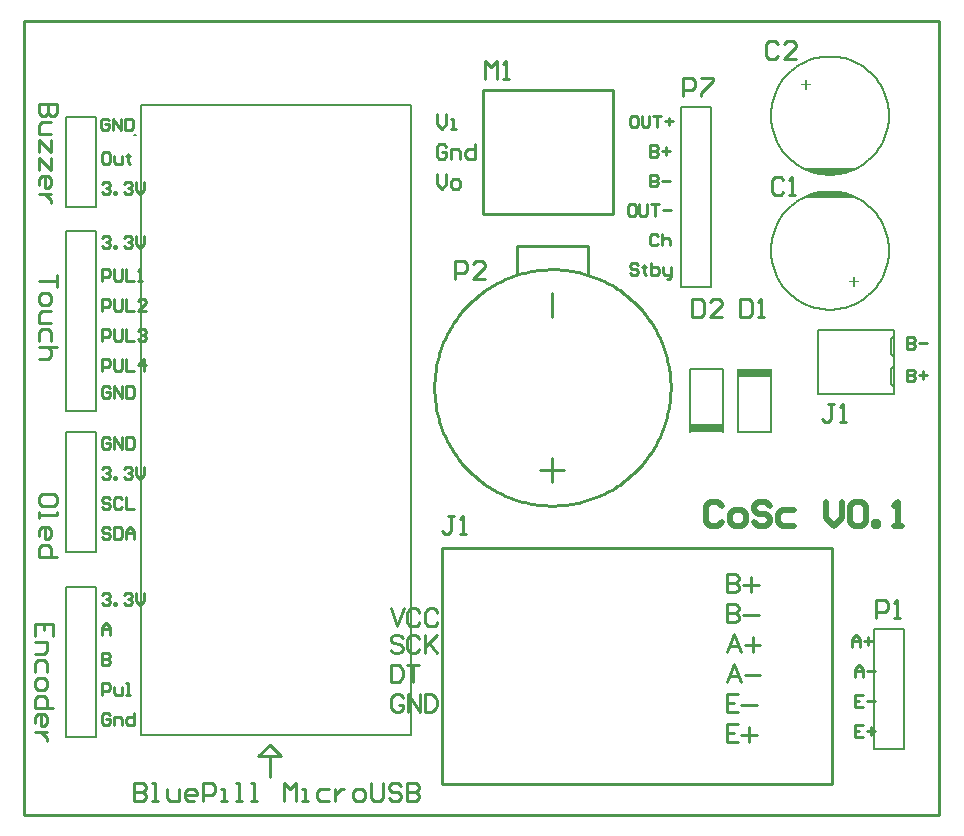
<source format=gto>
G04*
G04 #@! TF.GenerationSoftware,Altium Limited,Altium Designer,19.1.5 (86)*
G04*
G04 Layer_Color=65535*
%FSLAX25Y25*%
%MOIN*%
G70*
G01*
G75*
%ADD10C,0.00787*%
%ADD11C,0.01000*%
%ADD12C,0.00500*%
%ADD13C,0.00984*%
%ADD14C,0.02000*%
%ADD15R,0.11024X0.03150*%
G36*
X260181Y-58659D02*
X261155Y-58205D01*
X263190Y-57514D01*
X265289Y-57049D01*
X267425Y-56815D01*
X269575D01*
X271711Y-57049D01*
X273810Y-57514D01*
X275845Y-58205D01*
X276819Y-58659D01*
Y-58659D01*
X260181Y-58659D01*
D02*
G37*
G36*
X276819Y-49341D02*
X275845Y-49795D01*
X273810Y-50486D01*
X271711Y-50951D01*
X269575Y-51185D01*
X267425D01*
X265289Y-50951D01*
X263190Y-50486D01*
X261155Y-49795D01*
X260181Y-49341D01*
X260181D01*
X276819D01*
D02*
G37*
G36*
X260787Y-20885D02*
X262172D01*
Y-21468D01*
X260787D01*
Y-22839D01*
X260211D01*
Y-21468D01*
X258840D01*
Y-20885D01*
X260211D01*
Y-19514D01*
X260787D01*
Y-20885D01*
D02*
G37*
G36*
X276789Y-86532D02*
X278160D01*
Y-87115D01*
X276789D01*
Y-88486D01*
X276213D01*
Y-87115D01*
X274828D01*
Y-86532D01*
X276213D01*
Y-85161D01*
X276789D01*
Y-86532D01*
D02*
G37*
D10*
X288185Y-31500D02*
X288160Y-30503D01*
X288084Y-29509D01*
X287958Y-28519D01*
X287782Y-27537D01*
X287557Y-26566D01*
X287282Y-25607D01*
X286960Y-24663D01*
X286590Y-23737D01*
X286173Y-22831D01*
X285712Y-21947D01*
X285206Y-21087D01*
X284657Y-20255D01*
X284066Y-19451D01*
X283436Y-18678D01*
X282768Y-17938D01*
X282062Y-17233D01*
X281322Y-16564D01*
X280549Y-15934D01*
X279745Y-15343D01*
X278913Y-14794D01*
X278053Y-14288D01*
X277169Y-13827D01*
X276263Y-13410D01*
X275337Y-13040D01*
X274393Y-12718D01*
X273434Y-12443D01*
X272463Y-12218D01*
X271481Y-12042D01*
X270492Y-11916D01*
X269497Y-11840D01*
X268500Y-11815D01*
X267503Y-11840D01*
X266509Y-11916D01*
X265519Y-12042D01*
X264537Y-12218D01*
X263566Y-12443D01*
X262607Y-12718D01*
X261663Y-13040D01*
X260737Y-13410D01*
X259831Y-13827D01*
X258947Y-14288D01*
X258087Y-14795D01*
X257255Y-15343D01*
X256451Y-15934D01*
X255678Y-16564D01*
X254938Y-17233D01*
X254232Y-17938D01*
X253564Y-18678D01*
X252934Y-19451D01*
X252343Y-20255D01*
X251794Y-21087D01*
X251289Y-21947D01*
X250827Y-22831D01*
X250410Y-23737D01*
X250040Y-24663D01*
X249718Y-25607D01*
X249443Y-26566D01*
X249218Y-27538D01*
X249042Y-28519D01*
X248916Y-29509D01*
X248840Y-30503D01*
X248815Y-31500D01*
X248840Y-32497D01*
X248916Y-33492D01*
X249042Y-34481D01*
X249218Y-35463D01*
X249443Y-36434D01*
X249718Y-37393D01*
X250040Y-38337D01*
X250410Y-39263D01*
X250827Y-40169D01*
X251289Y-41053D01*
X251795Y-41913D01*
X252343Y-42745D01*
X252934Y-43549D01*
X253564Y-44322D01*
X254233Y-45062D01*
X254938Y-45768D01*
X255678Y-46436D01*
X256451Y-47066D01*
X257255Y-47657D01*
X258087Y-48206D01*
X258947Y-48711D01*
X259831Y-49173D01*
X260737Y-49590D01*
X261663Y-49960D01*
X262607Y-50282D01*
X263566Y-50557D01*
X264538Y-50782D01*
X265519Y-50958D01*
X266509Y-51084D01*
X267503Y-51160D01*
X268500Y-51185D01*
X269497Y-51160D01*
X270492Y-51084D01*
X271481Y-50958D01*
X272463Y-50782D01*
X273434Y-50557D01*
X274393Y-50282D01*
X275337Y-49960D01*
X276263Y-49590D01*
X277169Y-49173D01*
X278053Y-48711D01*
X278913Y-48206D01*
X279746Y-47657D01*
X280549Y-47066D01*
X281322Y-46436D01*
X282062Y-45768D01*
X282768Y-45062D01*
X283436Y-44322D01*
X284067Y-43549D01*
X284657Y-42745D01*
X285206Y-41913D01*
X285712Y-41053D01*
X286173Y-40169D01*
X286590Y-39263D01*
X286960Y-38337D01*
X287282Y-37393D01*
X287557Y-36434D01*
X287782Y-35462D01*
X287958Y-34481D01*
X288084Y-33491D01*
X288160Y-32497D01*
X288185Y-31500D01*
X260181Y-49341D02*
X261107Y-49744D01*
X262053Y-50099D01*
X263016Y-50406D01*
X263993Y-50662D01*
X264982Y-50868D01*
X265981Y-51023D01*
X266986Y-51127D01*
X267995Y-51178D01*
X269005D01*
X270014Y-51127D01*
X271019Y-51023D01*
X272018Y-50868D01*
X273007Y-50662D01*
X273984Y-50406D01*
X274947Y-50099D01*
X275893Y-49744D01*
X276819Y-49341D01*
X288185Y-76500D02*
X288160Y-75503D01*
X288084Y-74509D01*
X287958Y-73519D01*
X287782Y-72537D01*
X287557Y-71566D01*
X287282Y-70607D01*
X286960Y-69663D01*
X286590Y-68737D01*
X286173Y-67831D01*
X285712Y-66947D01*
X285206Y-66087D01*
X284657Y-65255D01*
X284066Y-64451D01*
X283436Y-63678D01*
X282768Y-62938D01*
X282062Y-62233D01*
X281322Y-61564D01*
X280549Y-60934D01*
X279745Y-60343D01*
X278913Y-59794D01*
X278053Y-59289D01*
X277169Y-58827D01*
X276263Y-58410D01*
X275337Y-58040D01*
X274393Y-57718D01*
X273434Y-57443D01*
X272463Y-57218D01*
X271481Y-57042D01*
X270492Y-56916D01*
X269497Y-56840D01*
X268500Y-56815D01*
X267503Y-56840D01*
X266509Y-56916D01*
X265519Y-57042D01*
X264537Y-57218D01*
X263566Y-57443D01*
X262607Y-57718D01*
X261663Y-58040D01*
X260737Y-58410D01*
X259831Y-58827D01*
X258947Y-59289D01*
X258087Y-59794D01*
X257255Y-60343D01*
X256451Y-60934D01*
X255678Y-61564D01*
X254938Y-62233D01*
X254232Y-62938D01*
X253564Y-63678D01*
X252934Y-64451D01*
X252343Y-65255D01*
X251794Y-66087D01*
X251289Y-66947D01*
X250827Y-67831D01*
X250410Y-68737D01*
X250040Y-69663D01*
X249718Y-70607D01*
X249443Y-71566D01*
X249218Y-72537D01*
X249042Y-73519D01*
X248916Y-74509D01*
X248840Y-75503D01*
X248815Y-76500D01*
X248840Y-77497D01*
X248916Y-78491D01*
X249042Y-79481D01*
X249218Y-80463D01*
X249443Y-81434D01*
X249718Y-82393D01*
X250040Y-83337D01*
X250410Y-84263D01*
X250827Y-85169D01*
X251289Y-86053D01*
X251795Y-86913D01*
X252343Y-87745D01*
X252934Y-88549D01*
X253564Y-89322D01*
X254233Y-90062D01*
X254938Y-90768D01*
X255678Y-91436D01*
X256451Y-92066D01*
X257255Y-92657D01*
X258087Y-93206D01*
X258947Y-93712D01*
X259831Y-94173D01*
X260737Y-94590D01*
X261663Y-94960D01*
X262607Y-95282D01*
X263566Y-95557D01*
X264538Y-95782D01*
X265519Y-95958D01*
X266509Y-96084D01*
X267503Y-96160D01*
X268500Y-96185D01*
X269497Y-96160D01*
X270492Y-96084D01*
X271481Y-95958D01*
X272463Y-95782D01*
X273434Y-95557D01*
X274393Y-95282D01*
X275337Y-94960D01*
X276263Y-94590D01*
X277169Y-94173D01*
X278053Y-93712D01*
X278913Y-93205D01*
X279746Y-92657D01*
X280549Y-92066D01*
X281322Y-91436D01*
X282062Y-90768D01*
X282768Y-90062D01*
X283436Y-89322D01*
X284067Y-88549D01*
X284657Y-87745D01*
X285206Y-86913D01*
X285712Y-86053D01*
X286173Y-85169D01*
X286590Y-84263D01*
X286960Y-83337D01*
X287282Y-82393D01*
X287557Y-81434D01*
X287782Y-80462D01*
X287958Y-79481D01*
X288084Y-78491D01*
X288160Y-77497D01*
X288185Y-76500D01*
X276819Y-58659D02*
X275893Y-58256D01*
X274947Y-57901D01*
X273984Y-57594D01*
X273007Y-57338D01*
X272018Y-57132D01*
X271019Y-56977D01*
X270014Y-56873D01*
X269005Y-56822D01*
X267995D01*
X266986Y-56873D01*
X265981Y-56977D01*
X264982Y-57132D01*
X263993Y-57338D01*
X263016Y-57594D01*
X262053Y-57901D01*
X261107Y-58256D01*
X260181Y-58659D01*
X37150Y-38000D02*
X36362D01*
X37150D01*
X260181Y-49341D02*
X276819D01*
X260181Y-58659D02*
X276819D01*
X14000Y-62000D02*
X24000D01*
X14000D02*
Y-32000D01*
X24000D01*
Y-62000D02*
Y-32000D01*
X14000Y-137000D02*
X24000D01*
Y-177000D02*
Y-137000D01*
X14000Y-177000D02*
Y-137000D01*
Y-177000D02*
X24000D01*
X264614Y-103342D02*
Y-102949D01*
X289811D01*
Y-124209D02*
Y-102949D01*
X264614Y-124209D02*
X289811D01*
X264614D02*
Y-103342D01*
X288713Y-111079D02*
Y-106079D01*
Y-111079D02*
X289811Y-112079D01*
X288713Y-106079D02*
X289811Y-105079D01*
X288713Y-116079D02*
X289811Y-115079D01*
X288713Y-121079D02*
X289811Y-122079D01*
X288713Y-121079D02*
Y-116079D01*
X283283Y-202500D02*
X293283D01*
Y-242500D02*
Y-202500D01*
X283283Y-242500D02*
Y-202500D01*
Y-242500D02*
X293283D01*
X14000Y-70000D02*
X24000D01*
X14000Y-130000D02*
X24000D01*
X14000D02*
Y-70000D01*
X24000Y-130000D02*
Y-70000D01*
X14000Y-238500D02*
X24000D01*
X14000D02*
Y-188500D01*
X24000Y-238500D02*
Y-188500D01*
X14000D02*
X24000D01*
X221988Y-116067D02*
X233012D01*
Y-136933D02*
Y-116067D01*
X221988Y-136933D02*
Y-116067D01*
X237988Y-136933D02*
X249012D01*
X237988D02*
Y-116067D01*
X249012Y-136933D02*
Y-116067D01*
X219000Y-88500D02*
X229000D01*
X219000Y-28500D02*
X229000D01*
Y-88500D02*
Y-28500D01*
X219000Y-88500D02*
Y-28500D01*
D11*
X215370Y-122130D02*
X215357Y-121128D01*
X215319Y-120128D01*
X215255Y-119128D01*
X215166Y-118131D01*
X215052Y-117136D01*
X214912Y-116144D01*
X214748Y-115156D01*
X214558Y-114173D01*
X214343Y-113195D01*
X214103Y-112223D01*
X213839Y-111257D01*
X213550Y-110298D01*
X213237Y-109346D01*
X212900Y-108404D01*
X212539Y-107469D01*
X212154Y-106545D01*
X211746Y-105630D01*
X211315Y-104726D01*
X210860Y-103834D01*
X210384Y-102953D01*
X209885Y-102085D01*
X209364Y-101229D01*
X208822Y-100387D01*
X208258Y-99560D01*
X207674Y-98746D01*
X207068Y-97948D01*
X206443Y-97166D01*
X205799Y-96400D01*
X205135Y-95650D01*
X204451Y-94918D01*
X203750Y-94203D01*
X203031Y-93506D01*
X202294Y-92828D01*
X201540Y-92168D01*
X200770Y-91528D01*
X199984Y-90908D01*
X199182Y-90308D01*
X198365Y-89729D01*
X197533Y-89171D01*
X196688Y-88634D01*
X195829Y-88118D01*
X194958Y-87625D01*
X194074Y-87154D01*
X193179Y-86705D01*
X192272Y-86280D01*
X191355Y-85878D01*
X190428Y-85499D01*
X189491Y-85144D01*
X188546Y-84812D01*
X187593Y-84505D01*
X186632Y-84223D01*
X185665Y-83965D01*
X184691Y-83731D01*
X183711Y-83522D01*
X182727Y-83339D01*
X181738Y-83180D01*
X180746Y-83047D01*
X179750Y-82939D01*
X178752Y-82856D01*
X177752Y-82799D01*
X176751Y-82767D01*
X175750Y-82761D01*
X174748Y-82780D01*
X173748Y-82824D01*
X172749Y-82894D01*
X171752Y-82990D01*
X170758Y-83110D01*
X169767Y-83256D01*
X168780Y-83428D01*
X167798Y-83624D01*
X166821Y-83845D01*
X165851Y-84091D01*
X164886Y-84361D01*
X163929Y-84656D01*
X162980Y-84975D01*
X162039Y-85318D01*
X161107Y-85685D01*
X160185Y-86076D01*
X159273Y-86490D01*
X158372Y-86927D01*
X157483Y-87387D01*
X156605Y-87869D01*
X155740Y-88373D01*
X154888Y-88899D01*
X154049Y-89447D01*
X153225Y-90016D01*
X152416Y-90606D01*
X151621Y-91216D01*
X150843Y-91846D01*
X150081Y-92496D01*
X149335Y-93164D01*
X148607Y-93852D01*
X147897Y-94558D01*
X147205Y-95282D01*
X146531Y-96023D01*
X145877Y-96781D01*
X145242Y-97555D01*
X144626Y-98345D01*
X144032Y-99151D01*
X143457Y-99972D01*
X142904Y-100806D01*
X142373Y-101655D01*
X141863Y-102517D01*
X141375Y-103392D01*
X140910Y-104279D01*
X140467Y-105177D01*
X140047Y-106086D01*
X139651Y-107006D01*
X139278Y-107935D01*
X138929Y-108874D01*
X138603Y-109821D01*
X138303Y-110776D01*
X138026Y-111739D01*
X137774Y-112708D01*
X137547Y-113683D01*
X137344Y-114664D01*
X137167Y-115650D01*
X137015Y-116640D01*
X136888Y-117633D01*
X136786Y-118629D01*
X136709Y-119628D01*
X136659Y-120628D01*
X136633Y-121629D01*
X136633Y-122631D01*
X136659Y-123632D01*
X136709Y-124632D01*
X136786Y-125630D01*
X136888Y-126627D01*
X137015Y-127620D01*
X137167Y-128610D01*
X137344Y-129596D01*
X137547Y-130576D01*
X137774Y-131552D01*
X138026Y-132521D01*
X138303Y-133484D01*
X138603Y-134439D01*
X138929Y-135386D01*
X139278Y-136325D01*
X139651Y-137254D01*
X140047Y-138174D01*
X140467Y-139083D01*
X140910Y-139981D01*
X141375Y-140868D01*
X141863Y-141743D01*
X142373Y-142604D01*
X142904Y-143453D01*
X143457Y-144288D01*
X144032Y-145109D01*
X144626Y-145914D01*
X145241Y-146705D01*
X145877Y-147479D01*
X146531Y-148237D01*
X147205Y-148978D01*
X147897Y-149702D01*
X148607Y-150408D01*
X149335Y-151095D01*
X150081Y-151764D01*
X150843Y-152414D01*
X151621Y-153044D01*
X152415Y-153654D01*
X153225Y-154244D01*
X154049Y-154813D01*
X154887Y-155360D01*
X155739Y-155887D01*
X156605Y-156391D01*
X157482Y-156873D01*
X158372Y-157333D01*
X159273Y-157770D01*
X160185Y-158184D01*
X161107Y-158574D01*
X162039Y-158942D01*
X162980Y-159285D01*
X163929Y-159604D01*
X164886Y-159899D01*
X165850Y-160169D01*
X166821Y-160415D01*
X167798Y-160636D01*
X168780Y-160832D01*
X169767Y-161003D01*
X170758Y-161149D01*
X171752Y-161270D01*
X172749Y-161365D01*
X173748Y-161435D01*
X174748Y-161480D01*
X175750Y-161499D01*
X176751Y-161493D01*
X177752Y-161461D01*
X178752Y-161404D01*
X179750Y-161321D01*
X180745Y-161213D01*
X181738Y-161080D01*
X182727Y-160921D01*
X183711Y-160737D01*
X184691Y-160529D01*
X185665Y-160295D01*
X186632Y-160037D01*
X187593Y-159754D01*
X188546Y-159447D01*
X189491Y-159116D01*
X190428Y-158761D01*
X191355Y-158382D01*
X192272Y-157980D01*
X193178Y-157554D01*
X194074Y-157106D01*
X194958Y-156635D01*
X195829Y-156142D01*
X196688Y-155626D01*
X197533Y-155089D01*
X198365Y-154531D01*
X199181Y-153952D01*
X199983Y-153352D01*
X200770Y-152732D01*
X201540Y-152092D01*
X202294Y-151432D01*
X203031Y-150754D01*
X203750Y-150057D01*
X204451Y-149342D01*
X205134Y-148610D01*
X205799Y-147860D01*
X206443Y-147094D01*
X207068Y-146312D01*
X207674Y-145514D01*
X208258Y-144700D01*
X208822Y-143873D01*
X209364Y-143031D01*
X209885Y-142175D01*
X210384Y-141307D01*
X210860Y-140426D01*
X211315Y-139534D01*
X211746Y-138630D01*
X212154Y-137715D01*
X212539Y-136791D01*
X212900Y-135856D01*
X213237Y-134914D01*
X213550Y-133962D01*
X213839Y-133003D01*
X214103Y-132037D01*
X214343Y-131065D01*
X214558Y-130087D01*
X214748Y-129104D01*
X214912Y-128116D01*
X215052Y-127124D01*
X215166Y-126129D01*
X215255Y-125132D01*
X215319Y-124132D01*
X215357Y-123131D01*
X215370Y-122130D01*
X305000Y-264500D02*
Y0D01*
X-0Y-264500D02*
X305000D01*
X-0Y0D02*
X305000D01*
X-0Y-264500D02*
Y0D01*
X81693Y-245079D02*
X85630D01*
X81693Y-241142D02*
X85630Y-245079D01*
X81693Y-241142D02*
X81693D01*
X77756Y-245079D02*
X81693Y-241142D01*
X77756Y-245079D02*
X81693D01*
Y-251969D02*
Y-245079D01*
X139157Y-175689D02*
X269158D01*
X139157Y-254389D02*
Y-175689D01*
Y-254389D02*
X269158D01*
Y-175689D01*
X187811Y-84335D02*
Y-74886D01*
X164189Y-84335D02*
Y-74886D01*
X187811D01*
X153000Y-43500D02*
Y-22831D01*
Y-64169D02*
Y-43500D01*
Y-64169D02*
X196307D01*
X153000Y-22831D02*
X196307D01*
Y-64169D02*
Y-22831D01*
X126332Y-225745D02*
X126046Y-225173D01*
X125475Y-224602D01*
X124904Y-224316D01*
X123761D01*
X123190Y-224602D01*
X122619Y-225173D01*
X122333Y-225745D01*
X122047Y-226602D01*
Y-228030D01*
X122333Y-228887D01*
X122619Y-229458D01*
X123190Y-230029D01*
X123761Y-230315D01*
X124904D01*
X125475Y-230029D01*
X126046Y-229458D01*
X126332Y-228887D01*
Y-228030D01*
X124904D02*
X126332D01*
X127703Y-224316D02*
Y-230315D01*
Y-224316D02*
X131702Y-230315D01*
Y-224316D02*
Y-230315D01*
X133359Y-224316D02*
Y-230315D01*
Y-224316D02*
X135359D01*
X136216Y-224602D01*
X136787Y-225173D01*
X137073Y-225745D01*
X137358Y-226602D01*
Y-228030D01*
X137073Y-228887D01*
X136787Y-229458D01*
X136216Y-230029D01*
X135359Y-230315D01*
X133359D01*
X122047Y-214474D02*
Y-220472D01*
Y-214474D02*
X124047D01*
X124904Y-214759D01*
X125475Y-215331D01*
X125761Y-215902D01*
X126046Y-216759D01*
Y-218187D01*
X125761Y-219044D01*
X125475Y-219616D01*
X124904Y-220187D01*
X124047Y-220472D01*
X122047D01*
X129388Y-214474D02*
Y-220472D01*
X127389Y-214474D02*
X131388D01*
X126046Y-205488D02*
X125475Y-204917D01*
X124618Y-204631D01*
X123476D01*
X122619Y-204917D01*
X122047Y-205488D01*
Y-206060D01*
X122333Y-206631D01*
X122619Y-206916D01*
X123190Y-207202D01*
X124904Y-207773D01*
X125475Y-208059D01*
X125761Y-208345D01*
X126046Y-208916D01*
Y-209773D01*
X125475Y-210344D01*
X124618Y-210630D01*
X123476D01*
X122619Y-210344D01*
X122047Y-209773D01*
X131674Y-206060D02*
X131388Y-205488D01*
X130817Y-204917D01*
X130245Y-204631D01*
X129103D01*
X128532Y-204917D01*
X127960Y-205488D01*
X127675Y-206060D01*
X127389Y-206916D01*
Y-208345D01*
X127675Y-209202D01*
X127960Y-209773D01*
X128532Y-210344D01*
X129103Y-210630D01*
X130245D01*
X130817Y-210344D01*
X131388Y-209773D01*
X131674Y-209202D01*
X133359Y-204631D02*
Y-210630D01*
X137358Y-204631D02*
X133359Y-208630D01*
X134787Y-207202D02*
X137358Y-210630D01*
X122047Y-195773D02*
X124332Y-201772D01*
X126618Y-195773D02*
X124332Y-201772D01*
X131674Y-197201D02*
X131388Y-196630D01*
X130817Y-196059D01*
X130245Y-195773D01*
X129103D01*
X128532Y-196059D01*
X127960Y-196630D01*
X127675Y-197201D01*
X127389Y-198058D01*
Y-199486D01*
X127675Y-200343D01*
X127960Y-200915D01*
X128532Y-201486D01*
X129103Y-201772D01*
X130245D01*
X130817Y-201486D01*
X131388Y-200915D01*
X131674Y-200343D01*
X137644Y-197201D02*
X137358Y-196630D01*
X136787Y-196059D01*
X136216Y-195773D01*
X135073D01*
X134502Y-196059D01*
X133930Y-196630D01*
X133645Y-197201D01*
X133359Y-198058D01*
Y-199486D01*
X133645Y-200343D01*
X133930Y-200915D01*
X134502Y-201486D01*
X135073Y-201772D01*
X136216D01*
X136787Y-201486D01*
X137358Y-200915D01*
X137644Y-200343D01*
X234221Y-184407D02*
Y-190405D01*
Y-184407D02*
X236791D01*
X237648Y-184693D01*
X237934Y-184978D01*
X238220Y-185549D01*
Y-186121D01*
X237934Y-186692D01*
X237648Y-186978D01*
X236791Y-187263D01*
X234221D02*
X236791D01*
X237648Y-187549D01*
X237934Y-187835D01*
X238220Y-188406D01*
Y-189263D01*
X237934Y-189834D01*
X237648Y-190120D01*
X236791Y-190405D01*
X234221D01*
X242133Y-185264D02*
Y-190405D01*
X239562Y-187835D02*
X244704D01*
X234221Y-194407D02*
Y-200406D01*
Y-194407D02*
X236791D01*
X237648Y-194693D01*
X237934Y-194978D01*
X238220Y-195549D01*
Y-196121D01*
X237934Y-196692D01*
X237648Y-196978D01*
X236791Y-197263D01*
X234221D02*
X236791D01*
X237648Y-197549D01*
X237934Y-197835D01*
X238220Y-198406D01*
Y-199263D01*
X237934Y-199834D01*
X237648Y-200120D01*
X236791Y-200406D01*
X234221D01*
X239562Y-197835D02*
X244704D01*
X238791Y-210405D02*
X236506Y-204407D01*
X234221Y-210405D01*
X235077Y-208406D02*
X237934D01*
X242761Y-205264D02*
Y-210405D01*
X240191Y-207835D02*
X245332D01*
X238791Y-220406D02*
X236506Y-214407D01*
X234221Y-220406D01*
X235077Y-218406D02*
X237934D01*
X240191Y-217835D02*
X245332D01*
X237934Y-224407D02*
X234221D01*
Y-230405D01*
X237934D01*
X234221Y-227263D02*
X236506D01*
X238934Y-227835D02*
X244075D01*
X237934Y-234407D02*
X234221D01*
Y-240406D01*
X237934D01*
X234221Y-237263D02*
X236506D01*
X241505Y-235264D02*
Y-240406D01*
X238934Y-237835D02*
X244075D01*
X176000Y-145752D02*
Y-153749D01*
X179999Y-149751D02*
X172001D01*
X176000Y-90634D02*
Y-98631D01*
X10998Y-27500D02*
X5000D01*
Y-30499D01*
X6000Y-31499D01*
X6999D01*
X7999Y-30499D01*
Y-27500D01*
Y-30499D01*
X8999Y-31499D01*
X9998D01*
X10998Y-30499D01*
Y-27500D01*
X8999Y-33498D02*
X6000D01*
X5000Y-34498D01*
Y-37497D01*
X8999D01*
Y-39496D02*
Y-43495D01*
X5000Y-39496D01*
Y-43495D01*
X8999Y-45494D02*
Y-49493D01*
X5000Y-45494D01*
Y-49493D01*
Y-54491D02*
Y-52492D01*
X6000Y-51492D01*
X7999D01*
X8999Y-52492D01*
Y-54491D01*
X7999Y-55491D01*
X6999D01*
Y-51492D01*
X8999Y-57490D02*
X5000D01*
X6999D01*
X7999Y-58490D01*
X8999Y-59490D01*
Y-60489D01*
X10998Y-84500D02*
Y-88499D01*
Y-86499D01*
X5000D01*
Y-91498D02*
Y-93497D01*
X6000Y-94497D01*
X7999D01*
X8999Y-93497D01*
Y-91498D01*
X7999Y-90498D01*
X6000D01*
X5000Y-91498D01*
X8999Y-96496D02*
X6000D01*
X5000Y-97496D01*
Y-100495D01*
X8999D01*
Y-106493D02*
Y-103494D01*
X7999Y-102494D01*
X6000D01*
X5000Y-103494D01*
Y-106493D01*
X10998Y-108492D02*
X5000D01*
X7999D01*
X8999Y-109492D01*
Y-111491D01*
X7999Y-112491D01*
X5000D01*
X10770Y-160554D02*
Y-158555D01*
X9770Y-157555D01*
X5771D01*
X4772Y-158555D01*
Y-160554D01*
X5771Y-161554D01*
X9770D01*
X10770Y-160554D01*
X4772Y-163553D02*
Y-165552D01*
Y-164553D01*
X10770D01*
Y-163553D01*
X4772Y-171551D02*
Y-169551D01*
X5771Y-168552D01*
X7771D01*
X8770Y-169551D01*
Y-171551D01*
X7771Y-172550D01*
X6771D01*
Y-168552D01*
X10770Y-178548D02*
X4772D01*
Y-175549D01*
X5771Y-174550D01*
X7771D01*
X8770Y-175549D01*
Y-178548D01*
X9589Y-204861D02*
Y-200862D01*
X3590D01*
Y-204861D01*
X6590Y-200862D02*
Y-202862D01*
X3590Y-206860D02*
X7589D01*
Y-209859D01*
X6590Y-210859D01*
X3590D01*
X7589Y-216857D02*
Y-213858D01*
X6590Y-212858D01*
X4590D01*
X3590Y-213858D01*
Y-216857D01*
Y-219856D02*
Y-221855D01*
X4590Y-222855D01*
X6590D01*
X7589Y-221855D01*
Y-219856D01*
X6590Y-218856D01*
X4590D01*
X3590Y-219856D01*
X9589Y-228853D02*
X3590D01*
Y-225854D01*
X4590Y-224854D01*
X6590D01*
X7589Y-225854D01*
Y-228853D01*
X3590Y-233852D02*
Y-231852D01*
X4590Y-230853D01*
X6590D01*
X7589Y-231852D01*
Y-233852D01*
X6590Y-234851D01*
X5590D01*
Y-230853D01*
X7589Y-236851D02*
X3590D01*
X5590D01*
X6590Y-237850D01*
X7589Y-238850D01*
Y-239850D01*
X137472Y-31139D02*
Y-34287D01*
X139047Y-35861D01*
X140621Y-34287D01*
Y-31139D01*
X142195Y-35861D02*
X143770D01*
X142982D01*
Y-32713D01*
X142195D01*
X140621Y-41926D02*
X139834Y-41139D01*
X138260D01*
X137472Y-41926D01*
Y-45074D01*
X138260Y-45861D01*
X139834D01*
X140621Y-45074D01*
Y-43500D01*
X139047D01*
X142195Y-45861D02*
Y-42713D01*
X144557D01*
X145344Y-43500D01*
Y-45861D01*
X150067Y-41139D02*
Y-45861D01*
X147705D01*
X146918Y-45074D01*
Y-43500D01*
X147705Y-42713D01*
X150067D01*
X137472Y-51139D02*
Y-54287D01*
X139047Y-55861D01*
X140621Y-54287D01*
Y-51139D01*
X142982Y-55861D02*
X144557D01*
X145344Y-55074D01*
Y-53500D01*
X144557Y-52713D01*
X142982D01*
X142195Y-53500D01*
Y-55074D01*
X142982Y-55861D01*
X143022Y-164943D02*
X141023D01*
X142023D01*
Y-169941D01*
X141023Y-170941D01*
X140023D01*
X139024Y-169941D01*
X145022Y-170941D02*
X147021D01*
X146021D01*
Y-164943D01*
X145022Y-165943D01*
X36417Y-253844D02*
Y-259842D01*
X39416D01*
X40416Y-258843D01*
Y-257843D01*
X39416Y-256843D01*
X36417D01*
X39416D01*
X40416Y-255844D01*
Y-254844D01*
X39416Y-253844D01*
X36417D01*
X42415Y-259842D02*
X44415D01*
X43415D01*
Y-253844D01*
X42415D01*
X47414Y-255844D02*
Y-258843D01*
X48413Y-259842D01*
X51412D01*
Y-255844D01*
X56411Y-259842D02*
X54412D01*
X53412Y-258843D01*
Y-256843D01*
X54412Y-255844D01*
X56411D01*
X57411Y-256843D01*
Y-257843D01*
X53412D01*
X59410Y-259842D02*
Y-253844D01*
X62409D01*
X63409Y-254844D01*
Y-256843D01*
X62409Y-257843D01*
X59410D01*
X65408Y-259842D02*
X67407D01*
X66408D01*
Y-255844D01*
X65408D01*
X70406Y-259842D02*
X72406D01*
X71406D01*
Y-253844D01*
X70406D01*
X75405Y-259842D02*
X77404D01*
X76404D01*
Y-253844D01*
X75405D01*
X86401Y-259842D02*
Y-253844D01*
X88401Y-255844D01*
X90400Y-253844D01*
Y-259842D01*
X92399D02*
X94399D01*
X93399D01*
Y-255844D01*
X92399D01*
X101396D02*
X98397D01*
X97398Y-256843D01*
Y-258843D01*
X98397Y-259842D01*
X101396D01*
X103396Y-255844D02*
Y-259842D01*
Y-257843D01*
X104395Y-256843D01*
X105395Y-255844D01*
X106395D01*
X110393Y-259842D02*
X112393D01*
X113392Y-258843D01*
Y-256843D01*
X112393Y-255844D01*
X110393D01*
X109394Y-256843D01*
Y-258843D01*
X110393Y-259842D01*
X115392Y-253844D02*
Y-258843D01*
X116391Y-259842D01*
X118391D01*
X119390Y-258843D01*
Y-253844D01*
X125389Y-254844D02*
X124389Y-253844D01*
X122389D01*
X121390Y-254844D01*
Y-255844D01*
X122389Y-256843D01*
X124389D01*
X125389Y-257843D01*
Y-258843D01*
X124389Y-259842D01*
X122389D01*
X121390Y-258843D01*
X127388Y-253844D02*
Y-259842D01*
X130387D01*
X131387Y-258843D01*
Y-257843D01*
X130387Y-256843D01*
X127388D01*
X130387D01*
X131387Y-255844D01*
Y-254844D01*
X130387Y-253844D01*
X127388D01*
X219600Y-25100D02*
Y-19102D01*
X222599D01*
X223599Y-20102D01*
Y-22101D01*
X222599Y-23101D01*
X219600D01*
X225598Y-19102D02*
X229597D01*
Y-20102D01*
X225598Y-24100D01*
Y-25100D01*
X143354Y-85902D02*
Y-79904D01*
X146353D01*
X147353Y-80903D01*
Y-82902D01*
X146353Y-83902D01*
X143354D01*
X153351Y-85902D02*
X149352D01*
X153351Y-81903D01*
Y-80903D01*
X152351Y-79904D01*
X150352D01*
X149352Y-80903D01*
X283883Y-199100D02*
Y-193102D01*
X286882D01*
X287881Y-194102D01*
Y-196101D01*
X286882Y-197101D01*
X283883D01*
X289881Y-199100D02*
X291880D01*
X290880D01*
Y-193102D01*
X289881Y-194102D01*
X153500Y-19300D02*
Y-13302D01*
X155499Y-15301D01*
X157499Y-13302D01*
Y-19300D01*
X159498D02*
X161497D01*
X160498D01*
Y-13302D01*
X159498Y-14302D01*
X269711Y-127581D02*
X267712D01*
X268712D01*
Y-132579D01*
X267712Y-133579D01*
X266712D01*
X265713Y-132579D01*
X271711Y-133579D02*
X273710D01*
X272710D01*
Y-127581D01*
X271711Y-128580D01*
X222600Y-92602D02*
Y-98600D01*
X225599D01*
X226599Y-97600D01*
Y-93602D01*
X225599Y-92602D01*
X222600D01*
X232597Y-98600D02*
X228598D01*
X232597Y-94601D01*
Y-93602D01*
X231597Y-92602D01*
X229598D01*
X228598Y-93602D01*
X238600Y-92602D02*
Y-98600D01*
X241599D01*
X242599Y-97600D01*
Y-93602D01*
X241599Y-92602D01*
X238600D01*
X244598Y-98600D02*
X246597D01*
X245598D01*
Y-92602D01*
X244598Y-93602D01*
X251046Y-7797D02*
X250046Y-6797D01*
X248047D01*
X247047Y-7797D01*
Y-11796D01*
X248047Y-12795D01*
X250046D01*
X251046Y-11796D01*
X257044Y-12795D02*
X253045D01*
X257044Y-8797D01*
Y-7797D01*
X256044Y-6797D01*
X254045D01*
X253045Y-7797D01*
X253014Y-53073D02*
X252015Y-52073D01*
X250015D01*
X249016Y-53073D01*
Y-57071D01*
X250015Y-58071D01*
X252015D01*
X253014Y-57071D01*
X255014Y-58071D02*
X257013D01*
X256013D01*
Y-52073D01*
X255014Y-53073D01*
D12*
X39000Y-28000D02*
X129000D01*
Y-238000D02*
Y-28000D01*
X39000Y-238000D02*
X129000D01*
X39000D02*
Y-28000D01*
D13*
X203029Y-61025D02*
X201717D01*
X201061Y-61681D01*
Y-64305D01*
X201717Y-64961D01*
X203029D01*
X203685Y-64305D01*
Y-61681D01*
X203029Y-61025D01*
X204997D02*
Y-64305D01*
X205653Y-64961D01*
X206965D01*
X207621Y-64305D01*
Y-61025D01*
X208932D02*
X211556D01*
X210244D01*
Y-64961D01*
X212868Y-62993D02*
X215492D01*
X294291Y-116143D02*
Y-120079D01*
X296259D01*
X296915Y-119423D01*
Y-118767D01*
X296259Y-118111D01*
X294291D01*
X296259D01*
X296915Y-117455D01*
Y-116799D01*
X296259Y-116143D01*
X294291D01*
X298227Y-118111D02*
X300851D01*
X299539Y-116799D02*
Y-119423D01*
X294291Y-105316D02*
Y-109252D01*
X296259D01*
X296915Y-108596D01*
Y-107940D01*
X296259Y-107284D01*
X294291D01*
X296259D01*
X296915Y-106628D01*
Y-105972D01*
X296259Y-105316D01*
X294291D01*
X298227Y-107284D02*
X300851D01*
X279624Y-234564D02*
X277000D01*
Y-238500D01*
X279624D01*
X277000Y-236532D02*
X278312D01*
X280936D02*
X283559D01*
X282248Y-235220D02*
Y-237844D01*
X279624Y-224564D02*
X277000D01*
Y-228500D01*
X279624D01*
X277000Y-226532D02*
X278312D01*
X280936D02*
X283559D01*
X277000Y-218500D02*
Y-215876D01*
X278312Y-214564D01*
X279624Y-215876D01*
Y-218500D01*
Y-216532D01*
X277000D01*
X280936D02*
X283559D01*
X276000Y-208500D02*
Y-205876D01*
X277312Y-204564D01*
X278624Y-205876D01*
Y-208500D01*
Y-206532D01*
X276000D01*
X279936D02*
X282559D01*
X281248Y-205220D02*
Y-207844D01*
X204396Y-81366D02*
X203740Y-80710D01*
X202428D01*
X201772Y-81366D01*
Y-82022D01*
X202428Y-82678D01*
X203740D01*
X204396Y-83334D01*
Y-83990D01*
X203740Y-84646D01*
X202428D01*
X201772Y-83990D01*
X206363Y-81366D02*
Y-82022D01*
X205707D01*
X207019D01*
X206363D01*
Y-83990D01*
X207019Y-84646D01*
X208987Y-80710D02*
Y-84646D01*
X210955D01*
X211611Y-83990D01*
Y-83334D01*
Y-82678D01*
X210955Y-82022D01*
X208987D01*
X212923D02*
Y-83990D01*
X213579Y-84646D01*
X215547D01*
Y-85302D01*
X214891Y-85958D01*
X214235D01*
X215547Y-84646D02*
Y-82022D01*
X211285Y-71523D02*
X210629Y-70867D01*
X209317D01*
X208661Y-71523D01*
Y-74147D01*
X209317Y-74803D01*
X210629D01*
X211285Y-74147D01*
X212597Y-70867D02*
Y-74803D01*
Y-72835D01*
X213253Y-72179D01*
X214565D01*
X215221Y-72835D01*
Y-74803D01*
X208661Y-51182D02*
Y-55118D01*
X210629D01*
X211285Y-54462D01*
Y-53806D01*
X210629Y-53150D01*
X208661D01*
X210629D01*
X211285Y-52494D01*
Y-51838D01*
X210629Y-51182D01*
X208661D01*
X212597Y-53150D02*
X215221D01*
X208661Y-41340D02*
Y-45276D01*
X210629D01*
X211285Y-44620D01*
Y-43964D01*
X210629Y-43308D01*
X208661D01*
X210629D01*
X211285Y-42652D01*
Y-41996D01*
X210629Y-41340D01*
X208661D01*
X212597Y-43308D02*
X215221D01*
X213909Y-41996D02*
Y-44620D01*
X203740Y-31497D02*
X202428D01*
X201772Y-32153D01*
Y-34777D01*
X202428Y-35433D01*
X203740D01*
X204396Y-34777D01*
Y-32153D01*
X203740Y-31497D01*
X205707D02*
Y-34777D01*
X206363Y-35433D01*
X207675D01*
X208331Y-34777D01*
Y-31497D01*
X209643D02*
X212267D01*
X210955D01*
Y-35433D01*
X213579Y-33465D02*
X216203D01*
X214891Y-32153D02*
Y-34777D01*
X26000Y-54220D02*
X26656Y-53564D01*
X27968D01*
X28624Y-54220D01*
Y-54876D01*
X27968Y-55532D01*
X27312D01*
X27968D01*
X28624Y-56188D01*
Y-56844D01*
X27968Y-57500D01*
X26656D01*
X26000Y-56844D01*
X29936Y-57500D02*
Y-56844D01*
X30592D01*
Y-57500D01*
X29936D01*
X33215Y-54220D02*
X33871Y-53564D01*
X35183D01*
X35839Y-54220D01*
Y-54876D01*
X35183Y-55532D01*
X34527D01*
X35183D01*
X35839Y-56188D01*
Y-56844D01*
X35183Y-57500D01*
X33871D01*
X33215Y-56844D01*
X37151Y-53564D02*
Y-56188D01*
X38463Y-57500D01*
X39775Y-56188D01*
Y-53564D01*
X27968Y-43564D02*
X26656D01*
X26000Y-44220D01*
Y-46844D01*
X26656Y-47500D01*
X27968D01*
X28624Y-46844D01*
Y-44220D01*
X27968Y-43564D01*
X29936Y-44876D02*
Y-46844D01*
X30592Y-47500D01*
X32560D01*
Y-44876D01*
X34527Y-44220D02*
Y-44876D01*
X33871D01*
X35183D01*
X34527D01*
Y-46844D01*
X35183Y-47500D01*
X28214Y-33138D02*
X27558Y-32482D01*
X26247D01*
X25591Y-33138D01*
Y-35761D01*
X26247Y-36417D01*
X27558D01*
X28214Y-35761D01*
Y-34449D01*
X26902D01*
X29526Y-36417D02*
Y-32482D01*
X32150Y-36417D01*
Y-32482D01*
X33462D02*
Y-36417D01*
X35430D01*
X36086Y-35761D01*
Y-33138D01*
X35430Y-32482D01*
X33462D01*
X26000Y-72220D02*
X26656Y-71564D01*
X27968D01*
X28624Y-72220D01*
Y-72876D01*
X27968Y-73532D01*
X27312D01*
X27968D01*
X28624Y-74188D01*
Y-74844D01*
X27968Y-75500D01*
X26656D01*
X26000Y-74844D01*
X29936Y-75500D02*
Y-74844D01*
X30592D01*
Y-75500D01*
X29936D01*
X33215Y-72220D02*
X33871Y-71564D01*
X35183D01*
X35839Y-72220D01*
Y-72876D01*
X35183Y-73532D01*
X34527D01*
X35183D01*
X35839Y-74188D01*
Y-74844D01*
X35183Y-75500D01*
X33871D01*
X33215Y-74844D01*
X37151Y-71564D02*
Y-74188D01*
X38463Y-75500D01*
X39775Y-74188D01*
Y-71564D01*
X26000Y-86500D02*
Y-82564D01*
X27968D01*
X28624Y-83220D01*
Y-84532D01*
X27968Y-85188D01*
X26000D01*
X29936Y-82564D02*
Y-85844D01*
X30592Y-86500D01*
X31904D01*
X32560Y-85844D01*
Y-82564D01*
X33871D02*
Y-86500D01*
X36495D01*
X37807D02*
X39119D01*
X38463D01*
Y-82564D01*
X37807Y-83220D01*
X26000Y-96500D02*
Y-92564D01*
X27968D01*
X28624Y-93220D01*
Y-94532D01*
X27968Y-95188D01*
X26000D01*
X29936Y-92564D02*
Y-95844D01*
X30592Y-96500D01*
X31904D01*
X32560Y-95844D01*
Y-92564D01*
X33871D02*
Y-96500D01*
X36495D01*
X40431D02*
X37807D01*
X40431Y-93876D01*
Y-93220D01*
X39775Y-92564D01*
X38463D01*
X37807Y-93220D01*
X26000Y-106500D02*
Y-102564D01*
X27968D01*
X28624Y-103220D01*
Y-104532D01*
X27968Y-105188D01*
X26000D01*
X29936Y-102564D02*
Y-105844D01*
X30592Y-106500D01*
X31904D01*
X32560Y-105844D01*
Y-102564D01*
X33871D02*
Y-106500D01*
X36495D01*
X37807Y-103220D02*
X38463Y-102564D01*
X39775D01*
X40431Y-103220D01*
Y-103876D01*
X39775Y-104532D01*
X39119D01*
X39775D01*
X40431Y-105188D01*
Y-105844D01*
X39775Y-106500D01*
X38463D01*
X37807Y-105844D01*
X26000Y-116500D02*
Y-112564D01*
X27968D01*
X28624Y-113220D01*
Y-114532D01*
X27968Y-115188D01*
X26000D01*
X29936Y-112564D02*
Y-115844D01*
X30592Y-116500D01*
X31904D01*
X32560Y-115844D01*
Y-112564D01*
X33871D02*
Y-116500D01*
X36495D01*
X39775D02*
Y-112564D01*
X37807Y-114532D01*
X40431D01*
X28624Y-122220D02*
X27968Y-121564D01*
X26656D01*
X26000Y-122220D01*
Y-124844D01*
X26656Y-125500D01*
X27968D01*
X28624Y-124844D01*
Y-123532D01*
X27312D01*
X29936Y-125500D02*
Y-121564D01*
X32560Y-125500D01*
Y-121564D01*
X33871D02*
Y-125500D01*
X35839D01*
X36495Y-124844D01*
Y-122220D01*
X35839Y-121564D01*
X33871D01*
X28624Y-169220D02*
X27968Y-168564D01*
X26656D01*
X26000Y-169220D01*
Y-169876D01*
X26656Y-170532D01*
X27968D01*
X28624Y-171188D01*
Y-171844D01*
X27968Y-172500D01*
X26656D01*
X26000Y-171844D01*
X29936Y-168564D02*
Y-172500D01*
X31904D01*
X32560Y-171844D01*
Y-169220D01*
X31904Y-168564D01*
X29936D01*
X33871Y-172500D02*
Y-169876D01*
X35183Y-168564D01*
X36495Y-169876D01*
Y-172500D01*
Y-170532D01*
X33871D01*
X28624Y-159220D02*
X27968Y-158564D01*
X26656D01*
X26000Y-159220D01*
Y-159876D01*
X26656Y-160532D01*
X27968D01*
X28624Y-161188D01*
Y-161844D01*
X27968Y-162500D01*
X26656D01*
X26000Y-161844D01*
X32560Y-159220D02*
X31904Y-158564D01*
X30592D01*
X29936Y-159220D01*
Y-161844D01*
X30592Y-162500D01*
X31904D01*
X32560Y-161844D01*
X33871Y-158564D02*
Y-162500D01*
X36495D01*
X28624Y-139220D02*
X27968Y-138564D01*
X26656D01*
X26000Y-139220D01*
Y-141844D01*
X26656Y-142500D01*
X27968D01*
X28624Y-141844D01*
Y-140532D01*
X27312D01*
X29936Y-142500D02*
Y-138564D01*
X32560Y-142500D01*
Y-138564D01*
X33871D02*
Y-142500D01*
X35839D01*
X36495Y-141844D01*
Y-139220D01*
X35839Y-138564D01*
X33871D01*
X26000Y-149220D02*
X26656Y-148564D01*
X27968D01*
X28624Y-149220D01*
Y-149876D01*
X27968Y-150532D01*
X27312D01*
X27968D01*
X28624Y-151188D01*
Y-151844D01*
X27968Y-152500D01*
X26656D01*
X26000Y-151844D01*
X29936Y-152500D02*
Y-151844D01*
X30592D01*
Y-152500D01*
X29936D01*
X33215Y-149220D02*
X33871Y-148564D01*
X35183D01*
X35839Y-149220D01*
Y-149876D01*
X35183Y-150532D01*
X34527D01*
X35183D01*
X35839Y-151188D01*
Y-151844D01*
X35183Y-152500D01*
X33871D01*
X33215Y-151844D01*
X37151Y-148564D02*
Y-151188D01*
X38463Y-152500D01*
X39775Y-151188D01*
Y-148564D01*
X28624Y-231220D02*
X27968Y-230564D01*
X26656D01*
X26000Y-231220D01*
Y-233844D01*
X26656Y-234500D01*
X27968D01*
X28624Y-233844D01*
Y-232532D01*
X27312D01*
X29936Y-234500D02*
Y-231876D01*
X31904D01*
X32560Y-232532D01*
Y-234500D01*
X36495Y-230564D02*
Y-234500D01*
X34527D01*
X33871Y-233844D01*
Y-232532D01*
X34527Y-231876D01*
X36495D01*
X26000Y-224500D02*
Y-220564D01*
X27968D01*
X28624Y-221220D01*
Y-222532D01*
X27968Y-223188D01*
X26000D01*
X29936Y-221876D02*
Y-223844D01*
X30592Y-224500D01*
X32560D01*
Y-221876D01*
X33871Y-224500D02*
X35183D01*
X34527D01*
Y-220564D01*
X33871D01*
X26000Y-210564D02*
Y-214500D01*
X27968D01*
X28624Y-213844D01*
Y-213188D01*
X27968Y-212532D01*
X26000D01*
X27968D01*
X28624Y-211876D01*
Y-211220D01*
X27968Y-210564D01*
X26000D01*
Y-204500D02*
Y-201876D01*
X27312Y-200564D01*
X28624Y-201876D01*
Y-204500D01*
Y-202532D01*
X26000D01*
Y-191220D02*
X26656Y-190564D01*
X27968D01*
X28624Y-191220D01*
Y-191876D01*
X27968Y-192532D01*
X27312D01*
X27968D01*
X28624Y-193188D01*
Y-193844D01*
X27968Y-194500D01*
X26656D01*
X26000Y-193844D01*
X29936Y-194500D02*
Y-193844D01*
X30592D01*
Y-194500D01*
X29936D01*
X33215Y-191220D02*
X33871Y-190564D01*
X35183D01*
X35839Y-191220D01*
Y-191876D01*
X35183Y-192532D01*
X34527D01*
X35183D01*
X35839Y-193188D01*
Y-193844D01*
X35183Y-194500D01*
X33871D01*
X33215Y-193844D01*
X37151Y-190564D02*
Y-193188D01*
X38463Y-194500D01*
X39775Y-193188D01*
Y-190564D01*
D14*
X232544Y-161521D02*
X231211Y-160188D01*
X228545D01*
X227213Y-161521D01*
Y-166852D01*
X228545Y-168185D01*
X231211D01*
X232544Y-166852D01*
X236543Y-168185D02*
X239209D01*
X240542Y-166852D01*
Y-164186D01*
X239209Y-162853D01*
X236543D01*
X235210Y-164186D01*
Y-166852D01*
X236543Y-168185D01*
X248539Y-161521D02*
X247206Y-160188D01*
X244540D01*
X243207Y-161521D01*
Y-162853D01*
X244540Y-164186D01*
X247206D01*
X248539Y-165519D01*
Y-166852D01*
X247206Y-168185D01*
X244540D01*
X243207Y-166852D01*
X256536Y-162853D02*
X252538D01*
X251205Y-164186D01*
Y-166852D01*
X252538Y-168185D01*
X256536D01*
X267200Y-160188D02*
Y-165519D01*
X269865Y-168185D01*
X272531Y-165519D01*
Y-160188D01*
X275197Y-161521D02*
X276530Y-160188D01*
X279196D01*
X280529Y-161521D01*
Y-166852D01*
X279196Y-168185D01*
X276530D01*
X275197Y-166852D01*
Y-161521D01*
X283194Y-168185D02*
Y-166852D01*
X284527D01*
Y-168185D01*
X283194D01*
X289859D02*
X292525D01*
X291192D01*
Y-160188D01*
X289859Y-161521D01*
D15*
X227500Y-135752D02*
D03*
X243501Y-117248D02*
D03*
M02*

</source>
